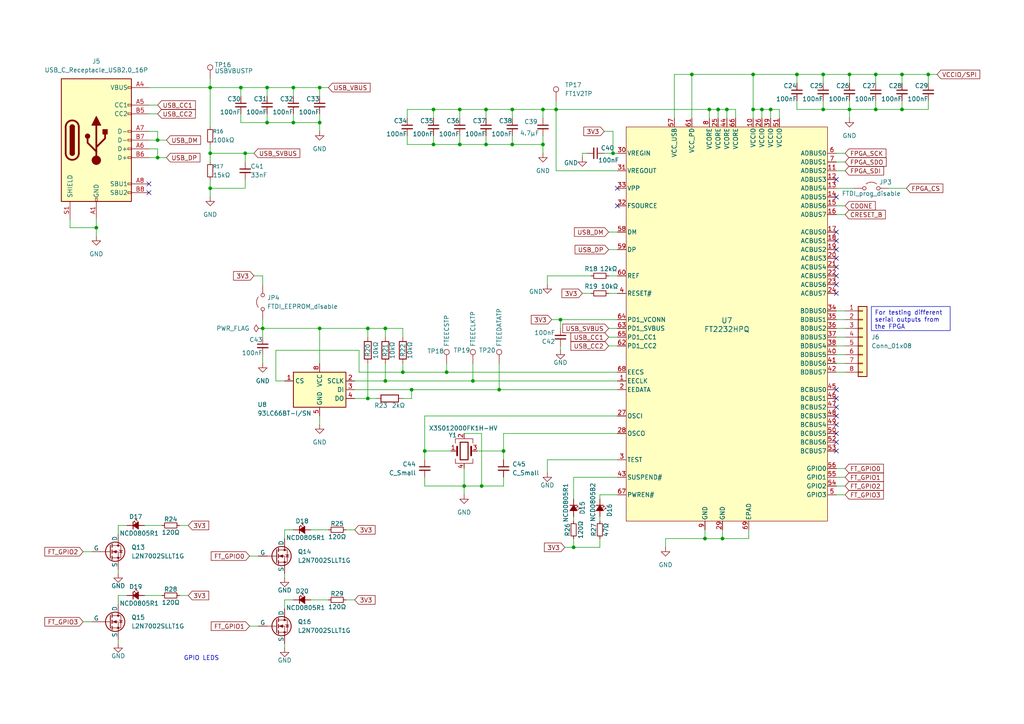
<source format=kicad_sch>
(kicad_sch (version 20250114) (generator "eeschema") (generator_version "9.0")
  (paper "A4")
  (title_block (title "iCE40 Breakout") (date "2025-11-26") (rev "V1R0") (company "S3I") (comment 1 "FTDI USB interface chip and USBC recepticle"))
  (lib_symbols
    (symbol "Connector:TestPoint" (pin_numbers (hide yes)) (pin_names (offset 0.762) (hide yes))
      (property "Reference" "TP" (at 0 6.858 0))
      (property "Value" "TestPoint" (at 0 5.08 0))
      (symbol "TestPoint_1_1"
        (pin passive line (at 0 0 90) (length 2.54) (name "1") (number "1"))
      )
    )
    (symbol "Connector:USB_C_Receptacle_USB2.0_16P" (pin_names (offset 1.016))
      (property "Reference" "J" (at 0 22.225 0))
      (property "Value" "USB_C_Receptacle_USB2.0_16P" (at 0 19.685 0))
      (symbol "USB_C_Receptacle_USB2.0_16P_1_1"
        (pin passive line (at -7.62 -22.86 90) (length 5.08) (name "SHIELD") (number "S1"))
        (pin passive line (at 0 -22.86 90) (length 5.08) (name "GND") (number "A1"))
        (pin passive line (at 0 -22.86 90) (length 5.08) (hide yes) (name "GND") (number "A12"))
        (pin passive line (at 0 -22.86 90) (length 5.08) (hide yes) (name "GND") (number "B1"))
        (pin passive line (at 0 -22.86 90) (length 5.08) (hide yes) (name "GND") (number "B12"))
        (pin passive line (at 15.24 15.24 180) (length 5.08) (name "VBUS") (number "A4"))
        (pin passive line (at 15.24 15.24 180) (length 5.08) (hide yes) (name "VBUS") (number "A9"))
        (pin passive line (at 15.24 15.24 180) (length 5.08) (hide yes) (name "VBUS") (number "B4"))
        (pin passive line (at 15.24 15.24 180) (length 5.08) (hide yes) (name "VBUS") (number "B9"))
        (pin bidirectional line (at 15.24 10.16 180) (length 5.08) (name "CC1") (number "A5"))
        (pin bidirectional line (at 15.24 7.62 180) (length 5.08) (name "CC2") (number "B5"))
        (pin bidirectional line (at 15.24 2.54 180) (length 5.08) (name "D-") (number "A7"))
        (pin bidirectional line (at 15.24 0 180) (length 5.08) (name "D-") (number "B7"))
        (pin bidirectional line (at 15.24 -2.54 180) (length 5.08) (name "D+") (number "A6"))
        (pin bidirectional line (at 15.24 -5.08 180) (length 5.08) (name "D+") (number "B6"))
        (pin bidirectional line (at 15.24 -12.7 180) (length 5.08) (name "SBU1") (number "A8"))
        (pin bidirectional line (at 15.24 -15.24 180) (length 5.08) (name "SBU2") (number "B8"))
      )
    )
    (symbol "Connector_Generic:Conn_01x08" (pin_names (offset 1.016) (hide yes))
      (property "Reference" "J" (at 0 10.16 0))
      (property "Value" "Conn_01x08" (at 0 -12.7 0))
      (symbol "Conn_01x08_1_1"
        (pin passive line (at -5.08 7.62 0) (length 3.81) (name "Pin_1") (number "1"))
        (pin passive line (at -5.08 5.08 0) (length 3.81) (name "Pin_2") (number "2"))
        (pin passive line (at -5.08 2.54 0) (length 3.81) (name "Pin_3") (number "3"))
        (pin passive line (at -5.08 0 0) (length 3.81) (name "Pin_4") (number "4"))
        (pin passive line (at -5.08 -2.54 0) (length 3.81) (name "Pin_5") (number "5"))
        (pin passive line (at -5.08 -5.08 0) (length 3.81) (name "Pin_6") (number "6"))
        (pin passive line (at -5.08 -7.62 0) (length 3.81) (name "Pin_7") (number "7"))
        (pin passive line (at -5.08 -10.16 0) (length 3.81) (name "Pin_8") (number "8"))
      )
    )
    (symbol "Device:C_Small" (pin_numbers (hide yes)) (pin_names (offset 0.254) (hide yes))
      (property "Reference" "C" (at 0.254 1.778 0))
      (property "Value" "C_Small" (at 0.254 -2.032 0))
      (symbol "C_Small_1_1"
        (pin passive line (at 0 2.54 270) (length 2.032) (name "~") (number "1"))
        (pin passive line (at 0 -2.54 90) (length 2.032) (name "~") (number "2"))
      )
    )
    (symbol "Device:Crystal_GND24" (pin_names (offset 1.016) (hide yes))
      (property "Reference" "Y" (at 3.175 5.08 0))
      (property "Value" "Crystal_GND24" (at 3.175 3.175 0))
      (symbol "Crystal_GND24_1_1"
        (pin passive line (at -3.81 0 0) (length 1.27) (name "1") (number "1"))
        (pin passive line (at 0 5.08 270) (length 1.27) (name "2") (number "2"))
        (pin passive line (at 0 -5.08 90) (length 1.27) (name "4") (number "4"))
        (pin passive line (at 3.81 0 180) (length 1.27) (name "3") (number "3"))
      )
    )
    (symbol "Device:LED_Small_Filled" (pin_numbers (hide yes)) (pin_names (offset 0.254) (hide yes))
      (property "Reference" "D" (at -1.27 3.175 0))
      (property "Value" "LED_Small_Filled" (at -4.445 -2.54 0))
      (symbol "LED_Small_Filled_1_1"
        (pin passive line (at -2.54 0 0) (length 1.778) (name "K") (number "1"))
        (pin passive line (at 2.54 0 180) (length 1.778) (name "A") (number "2"))
      )
    )
    (symbol "Device:R" (pin_numbers (hide yes)) (pin_names (offset 0))
      (property "Reference" "R" (at 2.032 0 90))
      (property "Value" "R" (at 0 0 90))
      (symbol "R_1_1"
        (pin passive line (at 0 3.81 270) (length 1.27) (name "~") (number "1"))
        (pin passive line (at 0 -3.81 90) (length 1.27) (name "~") (number "2"))
      )
    )
    (symbol "Device:R_Small" (pin_numbers (hide yes)) (pin_names (offset 0.254) (hide yes))
      (property "Reference" "R" (at 0 0 90))
      (property "Value" "R_Small" (at 1.778 0 90))
      (symbol "R_Small_1_1"
        (pin passive line (at 0 2.54 270) (length 0.762) (name "~") (number "1"))
        (pin passive line (at 0 -2.54 90) (length 0.762) (name "~") (number "2"))
      )
    )
    (symbol "Interface_FTDI:FT2232HPQ" (pin_names (offset 0.254))
      (property "Reference" "U" (at 0 65.532 0))
      (property "Value" "FT2232HPQ" (at 0 71.882 0))
      (symbol "FT2232HPQ_1_1"
        (pin power_in line (at -31.75 49.53 0) (length 2.54) (name "VREGIN") (number "30"))
        (pin power_out line (at -31.75 44.45 0) (length 2.54) (name "VREGOUT") (number "31"))
        (pin power_in line (at -31.75 39.37 0) (length 2.54) (name "VPP") (number "33"))
        (pin input line (at -31.75 34.29 0) (length 2.54) (name "FSOURCE") (number "32"))
        (pin bidirectional line (at -31.75 26.67 0) (length 2.54) (name "DM") (number "58"))
        (pin bidirectional line (at -31.75 21.59 0) (length 2.54) (name "DP") (number "59"))
        (pin input line (at -31.75 13.97 0) (length 2.54) (name "REF") (number "60"))
        (pin input line (at -31.75 8.89 0) (length 2.54) (name "RESET#") (number "4"))
        (pin bidirectional line (at -31.75 1.27 0) (length 2.54) (name "PD1_VCONN") (number "64"))
        (pin bidirectional line (at -31.75 -1.27 0) (length 2.54) (name "PD1_SVBUS") (number "63"))
        (pin bidirectional line (at -31.75 -3.81 0) (length 2.54) (name "PD1_CC1") (number "65"))
        (pin bidirectional line (at -31.75 -6.35 0) (length 2.54) (name "PD1_CC2") (number "62"))
        (pin bidirectional line (at -31.75 -13.97 0) (length 2.54) (name "EECS") (number "68"))
        (pin output line (at -31.75 -16.51 0) (length 2.54) (name "EECLK") (number "1"))
        (pin bidirectional line (at -31.75 -19.05 0) (length 2.54) (name "EEDATA") (number "2"))
        (pin input line (at -31.75 -26.67 0) (length 2.54) (name "OSCI") (number "27"))
        (pin output line (at -31.75 -31.75 0) (length 2.54) (name "OSCO") (number "28"))
        (pin input line (at -31.75 -39.37 0) (length 2.54) (name "TEST") (number "3"))
        (pin unspecified line (at -31.75 -44.45 0) (length 2.54) (name "SUSPEND#") (number "43"))
        (pin output line (at -31.75 -49.53 0) (length 2.54) (name "PWREN#") (number "67"))
        (pin power_in line (at -15.24 59.69 270) (length 2.54) (name "VCC_USB") (number "57"))
        (pin power_in line (at -10.16 59.69 270) (length 2.54) (name "VCC_PD") (number "61"))
        (pin power_in line (at -6.35 -59.69 90) (length 2.54) (name "GND") (number "9"))
        (pin power_in line (at -5.08 59.69 270) (length 2.54) (name "VCORE") (number "8"))
        (pin power_in line (at -2.54 59.69 270) (length 2.54) (name "VCORE") (number "25"))
        (pin power_in line (at -1.27 -59.69 90) (length 2.54) (name "GND") (number "29"))
        (pin power_in line (at 0 59.69 270) (length 2.54) (name "VCORE") (number "44"))
        (pin power_in line (at 2.54 59.69 270) (length 2.54) (name "VCORE") (number "66"))
        (pin power_out line (at 6.35 -59.69 90) (length 2.54) (name "EPAD") (number "69"))
        (pin power_in line (at 7.62 59.69 270) (length 2.54) (name "VCCIO") (number "10"))
        (pin power_in line (at 10.16 59.69 270) (length 2.54) (name "VCCIO") (number "26"))
        (pin power_in line (at 12.7 59.69 270) (length 2.54) (name "VCCIO") (number "39"))
        (pin power_in line (at 15.24 59.69 270) (length 2.54) (name "VCCIO") (number "51"))
        (pin bidirectional line (at 31.75 49.53 180) (length 2.54) (name "ADBUS0") (number "6"))
        (pin bidirectional line (at 31.75 46.99 180) (length 2.54) (name "ADBUS1") (number "7"))
        (pin bidirectional line (at 31.75 44.45 180) (length 2.54) (name "ADBUS2") (number "11"))
        (pin bidirectional line (at 31.75 41.91 180) (length 2.54) (name "ADBUS3") (number "12"))
        (pin bidirectional line (at 31.75 39.37 180) (length 2.54) (name "ADBUS4") (number "13"))
        (pin bidirectional line (at 31.75 36.83 180) (length 2.54) (name "ADBUS5") (number "14"))
        (pin bidirectional line (at 31.75 34.29 180) (length 2.54) (name "ADBUS6") (number "15"))
        (pin bidirectional line (at 31.75 31.75 180) (length 2.54) (name "ADBUS7") (number "16"))
        (pin bidirectional line (at 31.75 26.67 180) (length 2.54) (name "ACBUS0") (number "17"))
        (pin bidirectional line (at 31.75 24.13 180) (length 2.54) (name "ACBUS1") (number "18"))
        (pin bidirectional line (at 31.75 21.59 180) (length 2.54) (name "ACBUS2") (number "19"))
        (pin bidirectional line (at 31.75 19.05 180) (length 2.54) (name "ACBUS3") (number "20"))
        (pin bidirectional line (at 31.75 16.51 180) (length 2.54) (name "ACBUS4") (number "21"))
        (pin bidirectional line (at 31.75 13.97 180) (length 2.54) (name "ACBUS5") (number "22"))
        (pin bidirectional line (at 31.75 11.43 180) (length 2.54) (name "ACBUS6") (number "23"))
        (pin bidirectional line (at 31.75 8.89 180) (length 2.54) (name "ACBUS7") (number "24"))
        (pin bidirectional line (at 31.75 3.81 180) (length 2.54) (name "BDBUS0") (number "34"))
        (pin bidirectional line (at 31.75 1.27 180) (length 2.54) (name "BDBUS1") (number "35"))
        (pin bidirectional line (at 31.75 -1.27 180) (length 2.54) (name "BDBUS2") (number "36"))
        (pin bidirectional line (at 31.75 -3.81 180) (length 2.54) (name "BDBUS3") (number "37"))
        (pin bidirectional line (at 31.75 -6.35 180) (length 2.54) (name "BDBUS4") (number "38"))
        (pin bidirectional line (at 31.75 -8.89 180) (length 2.54) (name "BDBUS5") (number "40"))
        (pin bidirectional line (at 31.75 -11.43 180) (length 2.54) (name "BDBUS6") (number "41"))
        (pin bidirectional line (at 31.75 -13.97 180) (length 2.54) (name "BDBUS7") (number "42"))
        (pin bidirectional line (at 31.75 -19.05 180) (length 2.54) (name "BCBUS0") (number "45"))
        (pin bidirectional line (at 31.75 -21.59 180) (length 2.54) (name "BCBUS1") (number "46"))
        (pin bidirectional line (at 31.75 -24.13 180) (length 2.54) (name "BCBUS2") (number "47"))
        (pin bidirectional line (at 31.75 -26.67 180) (length 2.54) (name "BCBUS3") (number "48"))
        (pin bidirectional line (at 31.75 -29.21 180) (length 2.54) (name "BCBUS4") (number "49"))
        (pin bidirectional line (at 31.75 -31.75 180) (length 2.54) (name "BCBUS5") (number "50"))
        (pin bidirectional line (at 31.75 -34.29 180) (length 2.54) (name "BCBUS6") (number "52"))
        (pin bidirectional line (at 31.75 -36.83 180) (length 2.54) (name "BCBUS7") (number "53"))
        (pin bidirectional line (at 31.75 -41.91 180) (length 2.54) (name "GPIO0") (number "56"))
        (pin bidirectional line (at 31.75 -44.45 180) (length 2.54) (name "GPIO1") (number "55"))
        (pin bidirectional line (at 31.75 -46.99 180) (length 2.54) (name "GPIO2") (number "54"))
        (pin bidirectional line (at 31.75 -49.53 180) (length 2.54) (name "GPIO3") (number "5"))
      )
    )
    (symbol "Jumper:Jumper_2_Open" (pin_numbers (hide yes)) (pin_names (offset 0) (hide yes))
      (property "Reference" "JP" (at 0 2.794 0))
      (property "Value" "Jumper_2_Open" (at 0 -2.286 0))
      (symbol "Jumper_2_Open_1_1"
        (pin passive line (at -5.08 0 0) (length 2.54) (name "A") (number "1"))
        (pin passive line (at 5.08 0 180) (length 2.54) (name "B") (number "2"))
      )
    )
    (symbol "Memory_EEPROM:93LCxxB"
      (property "Reference" "U8" (at -18.034 -4.318 0))
      (property "Value" "93LC66BT-I/SN" (at -18.034 -6.858 0))
      (symbol "93LCxxB_1_1"
        (pin input line (at -10.16 2.54 0) (length 2.54) (name "CS") (number "1"))
        (pin no_connect line (at -7.62 0 0) (length 2.54) (hide yes) (name "NC") (number "6"))
        (pin no_connect line (at -7.62 -2.54 0) (length 2.54) (hide yes) (name "NC") (number "7"))
        (pin power_in line (at 0 7.62 270) (length 2.54) (name "VCC") (number "8"))
        (pin power_in line (at 0 -7.62 90) (length 2.54) (name "GND") (number "5"))
        (pin input line (at 10.16 2.54 180) (length 2.54) (name "SCLK") (number "2"))
        (pin input line (at 10.16 0 180) (length 2.54) (name "DI") (number "3"))
        (pin tri_state line (at 10.16 -2.54 180) (length 2.54) (name "DO") (number "4"))
      )
    )
    (symbol "Simulation_SPICE:NMOS" (pin_numbers (hide yes)) (pin_names (offset 0))
      (property "Reference" "Q" (at 5.08 1.27 0))
      (property "Value" "NMOS" (at 5.08 -1.27 0))
      (symbol "NMOS_1_1"
        (pin input line (at -5.08 0 0) (length 2.54) (name "G") (number "2"))
        (pin passive line (at 2.54 5.08 270) (length 2.54) (name "D") (number "1"))
        (pin passive line (at 2.54 -5.08 90) (length 2.54) (name "S") (number "3"))
      )
    )
    (symbol "power:GND" (power) (pin_numbers (hide yes)) (pin_names (offset 0) (hide yes))
      (property "Value" "GND" (at 0 -3.81 0))
      (symbol "GND_1_1"
        (pin power_in line (at 0 0 270) (length 0) (name "~") (number "1"))
      )
    )
    (symbol "power:PWR_FLAG" (power) (pin_numbers (hide yes)) (pin_names (offset 0) (hide yes))
      (property "Value" "PWR_FLAG" (at 0 3.81 0))
      (symbol "PWR_FLAG_0_0"
        (pin power_out line (at 0 0 90) (length 0) (name "~") (number "1"))
      )
    )
  )
  (text "GPIO LEDS" (at 58.42 191.008 0) (effects (font (size 1.27 1.27))))
  (text_box "For testing different serial outputs from the FPGA" (at 252.73 88.9 0) (size 22.86 6.985) (margins 0.9525 0.9525 0.9525 0.9525) (effects (font (size 1.27 1.27)) (justify left top)))
  (junction (at 220.98 31.75))
  (junction (at 71.12 44.45))
  (junction (at 261.62 31.75))
  (junction (at 139.7 140.97))
  (junction (at 209.55 156.21))
  (junction (at 148.59 31.75))
  (junction (at 129.54 107.95))
  (junction (at 60.96 54.61))
  (junction (at 140.97 41.91))
  (junction (at 119.38 113.03))
  (junction (at 111.76 110.49))
  (junction (at 77.47 25.4))
  (junction (at 125.73 41.91))
  (junction (at 116.84 107.95))
  (junction (at 76.2 95.25))
  (junction (at 210.82 31.75))
  (junction (at 106.68 95.25))
  (junction (at 125.73 31.75))
  (junction (at 111.76 95.25))
  (junction (at 161.29 31.75))
  (junction (at 85.09 25.4))
  (junction (at 133.35 31.75))
  (junction (at 69.85 25.4))
  (junction (at 45.72 45.72))
  (junction (at 60.96 25.4))
  (junction (at 92.71 25.4))
  (junction (at 238.76 31.75))
  (junction (at 45.72 40.64))
  (junction (at 205.74 31.75))
  (junction (at 144.78 113.03))
  (junction (at 77.47 35.56))
  (junction (at 269.24 21.59))
  (junction (at 157.48 31.75))
  (junction (at 137.16 110.49))
  (junction (at 166.37 158.75))
  (junction (at 204.47 156.21))
  (junction (at 238.76 21.59))
  (junction (at 261.62 21.59))
  (junction (at 231.14 21.59))
  (junction (at 254 21.59))
  (junction (at 218.44 31.75))
  (junction (at 123.19 130.81))
  (junction (at 133.35 41.91))
  (junction (at 134.62 140.97))
  (junction (at 157.48 41.91))
  (junction (at 200.66 21.59))
  (junction (at 246.38 21.59))
  (junction (at 208.28 31.75))
  (junction (at 27.94 66.04))
  (junction (at 60.96 44.45))
  (junction (at 146.05 130.81))
  (junction (at 140.97 31.75))
  (junction (at 106.68 115.57))
  (junction (at 92.71 35.56))
  (junction (at 218.44 21.59))
  (junction (at 177.8 44.45))
  (junction (at 148.59 41.91))
  (junction (at 85.09 35.56))
  (junction (at 162.56 92.71))
  (junction (at 246.38 31.75))
  (junction (at 92.71 95.25))
  (junction (at 254 31.75))
  (junction (at 223.52 31.75))
  (no_connect (at 242.57 115.57))
  (no_connect (at 242.57 113.03))
  (no_connect (at 242.57 118.11))
  (no_connect (at 242.57 77.47))
  (no_connect (at 43.18 55.88))
  (no_connect (at 242.57 130.81))
  (no_connect (at 179.07 54.61))
  (no_connect (at 242.57 57.15))
  (no_connect (at 242.57 128.27))
  (no_connect (at 242.57 52.07))
  (no_connect (at 242.57 69.85))
  (no_connect (at 242.57 74.93))
  (no_connect (at 242.57 82.55))
  (no_connect (at 242.57 123.19))
  (no_connect (at 242.57 80.01))
  (no_connect (at 242.57 85.09))
  (no_connect (at 43.18 53.34))
  (no_connect (at 179.07 59.69))
  (no_connect (at 242.57 125.73))
  (no_connect (at 242.57 72.39))
  (no_connect (at 242.57 67.31))
  (no_connect (at 242.57 120.65))
  (wire (pts (xy 92.71 35.56) (xy 85.09 35.56)))
  (wire (pts (xy 116.84 107.95) (xy 129.54 107.95)))
  (wire (pts (xy 34.29 152.4) (xy 36.83 152.4)))
  (wire (pts (xy 144.78 105.41) (xy 144.78 113.03)))
  (wire (pts (xy 269.24 29.21) (xy 269.24 31.75)))
  (wire (pts (xy 205.74 31.75) (xy 208.28 31.75)))
  (wire (pts (xy 157.48 44.45) (xy 157.48 41.91)))
  (wire (pts (xy 76.2 82.55) (xy 76.2 80.01)))
  (wire (pts (xy 41.91 172.72) (xy 46.99 172.72)))
  (wire (pts (xy 90.17 173.99) (xy 95.25 173.99)))
  (wire (pts (xy 238.76 24.13) (xy 238.76 21.59)))
  (wire (pts (xy 106.68 105.41) (xy 106.68 115.57)))
  (wire (pts (xy 118.11 31.75) (xy 118.11 34.29)))
  (wire (pts (xy 242.57 59.69) (xy 245.11 59.69)))
  (wire (pts (xy 71.12 52.07) (xy 71.12 54.61)))
  (wire (pts (xy 27.94 66.04) (xy 27.94 63.5)))
  (wire (pts (xy 45.72 43.18) (xy 45.72 45.72)))
  (wire (pts (xy 204.47 156.21) (xy 209.55 156.21)))
  (wire (pts (xy 140.97 31.75) (xy 133.35 31.75)))
  (wire (pts (xy 74.93 161.29) (xy 72.39 161.29)))
  (wire (pts (xy 102.87 115.57) (xy 106.68 115.57)))
  (wire (pts (xy 242.57 49.53) (xy 245.11 49.53)))
  (wire (pts (xy 242.57 100.33) (xy 245.11 100.33)))
  (wire (pts (xy 157.48 31.75) (xy 148.59 31.75)))
  (wire (pts (xy 71.12 44.45) (xy 71.12 46.99)))
  (wire (pts (xy 166.37 158.75) (xy 173.99 158.75)))
  (wire (pts (xy 125.73 31.75) (xy 118.11 31.75)))
  (wire (pts (xy 269.24 21.59) (xy 271.78 21.59)))
  (wire (pts (xy 133.35 31.75) (xy 133.35 34.29)))
  (wire (pts (xy 123.19 120.65) (xy 179.07 120.65)))
  (wire (pts (xy 45.72 45.72) (xy 48.26 45.72)))
  (wire (pts (xy 27.94 66.04) (xy 27.94 68.58)))
  (wire (pts (xy 254 29.21) (xy 254 31.75)))
  (wire (pts (xy 193.04 158.75) (xy 193.04 156.21)))
  (wire (pts (xy 226.06 31.75) (xy 223.52 31.75)))
  (wire (pts (xy 69.85 33.02) (xy 69.85 35.56)))
  (wire (pts (xy 217.17 156.21) (xy 209.55 156.21)))
  (wire (pts (xy 158.75 80.01) (xy 171.45 80.01)))
  (wire (pts (xy 176.53 97.79) (xy 179.07 97.79)))
  (wire (pts (xy 257.81 54.61) (xy 262.89 54.61)))
  (wire (pts (xy 140.97 39.37) (xy 140.97 41.91)))
  (wire (pts (xy 157.48 31.75) (xy 161.29 31.75)))
  (wire (pts (xy 139.7 140.97) (xy 146.05 140.97)))
  (wire (pts (xy 166.37 138.43) (xy 179.07 138.43)))
  (wire (pts (xy 246.38 31.75) (xy 246.38 34.29)))
  (wire (pts (xy 123.19 138.43) (xy 123.19 140.97)))
  (wire (pts (xy 102.87 113.03) (xy 119.38 113.03)))
  (wire (pts (xy 220.98 34.29) (xy 220.98 31.75)))
  (wire (pts (xy 43.18 45.72) (xy 45.72 45.72)))
  (wire (pts (xy 173.99 149.86) (xy 173.99 151.13)))
  (wire (pts (xy 195.58 34.29) (xy 195.58 21.59)))
  (wire (pts (xy 76.2 95.25) (xy 76.2 97.79)))
  (wire (pts (xy 34.29 154.94) (xy 34.29 152.4)))
  (wire (pts (xy 73.66 80.01) (xy 76.2 80.01)))
  (wire (pts (xy 210.82 31.75) (xy 208.28 31.75)))
  (wire (pts (xy 177.8 44.45) (xy 179.07 44.45)))
  (wire (pts (xy 162.56 92.71) (xy 179.07 92.71)))
  (wire (pts (xy 111.76 105.41) (xy 111.76 110.49)))
  (wire (pts (xy 173.99 156.21) (xy 173.99 158.75)))
  (wire (pts (xy 261.62 29.21) (xy 261.62 31.75)))
  (wire (pts (xy 218.44 21.59) (xy 218.44 31.75)))
  (wire (pts (xy 34.29 175.26) (xy 34.29 172.72)))
  (wire (pts (xy 60.96 25.4) (xy 69.85 25.4)))
  (wire (pts (xy 82.55 110.49) (xy 80.01 110.49)))
  (wire (pts (xy 158.75 82.55) (xy 158.75 80.01)))
  (wire (pts (xy 208.28 34.29) (xy 208.28 31.75)))
  (wire (pts (xy 261.62 31.75) (xy 269.24 31.75)))
  (wire (pts (xy 77.47 25.4) (xy 85.09 25.4)))
  (wire (pts (xy 45.72 38.1) (xy 45.72 40.64)))
  (wire (pts (xy 111.76 110.49) (xy 137.16 110.49)))
  (wire (pts (xy 193.04 156.21) (xy 204.47 156.21)))
  (wire (pts (xy 157.48 39.37) (xy 157.48 41.91)))
  (wire (pts (xy 106.68 95.25) (xy 92.71 95.25)))
  (wire (pts (xy 20.32 63.5) (xy 20.32 66.04)))
  (wire (pts (xy 166.37 144.78) (xy 166.37 138.43)))
  (wire (pts (xy 140.97 31.75) (xy 140.97 34.29)))
  (wire (pts (xy 125.73 41.91) (xy 133.35 41.91)))
  (wire (pts (xy 158.75 137.16) (xy 158.75 133.35)))
  (wire (pts (xy 168.91 44.45) (xy 168.91 45.72)))
  (wire (pts (xy 242.57 95.25) (xy 245.11 95.25)))
  (wire (pts (xy 119.38 115.57) (xy 119.38 113.03)))
  (wire (pts (xy 246.38 24.13) (xy 246.38 21.59)))
  (wire (pts (xy 100.33 153.67) (xy 102.87 153.67)))
  (wire (pts (xy 242.57 62.23) (xy 245.11 62.23)))
  (wire (pts (xy 242.57 143.51) (xy 245.11 143.51)))
  (wire (pts (xy 226.06 34.29) (xy 226.06 31.75)))
  (wire (pts (xy 104.14 107.95) (xy 116.84 107.95)))
  (wire (pts (xy 118.11 41.91) (xy 125.73 41.91)))
  (wire (pts (xy 92.71 35.56) (xy 92.71 38.1)))
  (wire (pts (xy 43.18 25.4) (xy 60.96 25.4)))
  (wire (pts (xy 111.76 95.25) (xy 116.84 95.25)))
  (wire (pts (xy 242.57 140.97) (xy 245.11 140.97)))
  (wire (pts (xy 60.96 44.45) (xy 71.12 44.45)))
  (wire (pts (xy 246.38 31.75) (xy 238.76 31.75)))
  (wire (pts (xy 254 21.59) (xy 261.62 21.59)))
  (wire (pts (xy 104.14 101.6) (xy 104.14 107.95)))
  (wire (pts (xy 26.67 160.02) (xy 24.13 160.02)))
  (wire (pts (xy 218.44 21.59) (xy 231.14 21.59)))
  (wire (pts (xy 116.84 115.57) (xy 119.38 115.57)))
  (wire (pts (xy 123.19 140.97) (xy 134.62 140.97)))
  (wire (pts (xy 133.35 39.37) (xy 133.35 41.91)))
  (wire (pts (xy 60.96 52.07) (xy 60.96 54.61)))
  (wire (pts (xy 157.48 34.29) (xy 157.48 31.75)))
  (wire (pts (xy 85.09 35.56) (xy 77.47 35.56)))
  (wire (pts (xy 106.68 115.57) (xy 109.22 115.57)))
  (wire (pts (xy 138.43 130.81) (xy 146.05 130.81)))
  (wire (pts (xy 82.55 186.69) (xy 82.55 187.96)))
  (wire (pts (xy 220.98 31.75) (xy 218.44 31.75)))
  (wire (pts (xy 242.57 97.79) (xy 245.11 97.79)))
  (wire (pts (xy 80.01 110.49) (xy 80.01 101.6)))
  (wire (pts (xy 269.24 21.59) (xy 269.24 24.13)))
  (wire (pts (xy 71.12 44.45) (xy 73.66 44.45)))
  (wire (pts (xy 100.33 173.99) (xy 102.87 173.99)))
  (wire (pts (xy 213.36 34.29) (xy 213.36 31.75)))
  (wire (pts (xy 92.71 95.25) (xy 92.71 105.41)))
  (wire (pts (xy 242.57 46.99) (xy 245.11 46.99)))
  (wire (pts (xy 242.57 107.95) (xy 245.11 107.95)))
  (wire (pts (xy 176.53 95.25) (xy 179.07 95.25)))
  (wire (pts (xy 204.47 153.67) (xy 204.47 156.21)))
  (wire (pts (xy 52.07 172.72) (xy 54.61 172.72)))
  (wire (pts (xy 134.62 140.97) (xy 139.7 140.97)))
  (wire (pts (xy 69.85 25.4) (xy 77.47 25.4)))
  (wire (pts (xy 82.55 176.53) (xy 82.55 173.99)))
  (wire (pts (xy 176.53 67.31) (xy 179.07 67.31)))
  (wire (pts (xy 43.18 43.18) (xy 45.72 43.18)))
  (wire (pts (xy 123.19 120.65) (xy 123.19 130.81)))
  (wire (pts (xy 148.59 41.91) (xy 157.48 41.91)))
  (wire (pts (xy 134.62 135.89) (xy 134.62 140.97)))
  (wire (pts (xy 92.71 25.4) (xy 95.25 25.4)))
  (wire (pts (xy 134.62 125.73) (xy 139.7 125.73)))
  (wire (pts (xy 74.93 181.61) (xy 72.39 181.61)))
  (wire (pts (xy 160.02 92.71) (xy 162.56 92.71)))
  (wire (pts (xy 161.29 49.53) (xy 179.07 49.53)))
  (wire (pts (xy 173.99 143.51) (xy 173.99 144.78)))
  (wire (pts (xy 148.59 31.75) (xy 140.97 31.75)))
  (wire (pts (xy 166.37 149.86) (xy 166.37 151.13)))
  (wire (pts (xy 213.36 31.75) (xy 210.82 31.75)))
  (wire (pts (xy 43.18 30.48) (xy 45.72 30.48)))
  (wire (pts (xy 41.91 152.4) (xy 46.99 152.4)))
  (wire (pts (xy 76.2 102.87) (xy 76.2 105.41)))
  (wire (pts (xy 162.56 100.33) (xy 162.56 101.6)))
  (wire (pts (xy 69.85 35.56) (xy 77.47 35.56)))
  (wire (pts (xy 125.73 31.75) (xy 125.73 34.29)))
  (wire (pts (xy 242.57 92.71) (xy 245.11 92.71)))
  (wire (pts (xy 123.19 130.81) (xy 130.81 130.81)))
  (wire (pts (xy 85.09 33.02) (xy 85.09 35.56)))
  (wire (pts (xy 200.66 21.59) (xy 218.44 21.59)))
  (wire (pts (xy 106.68 97.79) (xy 106.68 95.25)))
  (wire (pts (xy 119.38 113.03) (xy 144.78 113.03)))
  (wire (pts (xy 118.11 39.37) (xy 118.11 41.91)))
  (wire (pts (xy 69.85 25.4) (xy 69.85 27.94)))
  (wire (pts (xy 217.17 153.67) (xy 217.17 156.21)))
  (wire (pts (xy 26.67 180.34) (xy 24.13 180.34)))
  (wire (pts (xy 179.07 125.73) (xy 146.05 125.73)))
  (wire (pts (xy 231.14 29.21) (xy 231.14 31.75)))
  (wire (pts (xy 176.53 100.33) (xy 179.07 100.33)))
  (wire (pts (xy 238.76 21.59) (xy 231.14 21.59)))
  (wire (pts (xy 76.2 92.71) (xy 76.2 95.25)))
  (wire (pts (xy 242.57 135.89) (xy 245.11 135.89)))
  (wire (pts (xy 177.8 38.1) (xy 177.8 44.45)))
  (wire (pts (xy 80.01 101.6) (xy 104.14 101.6)))
  (wire (pts (xy 60.96 44.45) (xy 60.96 46.99)))
  (wire (pts (xy 176.53 85.09) (xy 179.07 85.09)))
  (wire (pts (xy 34.29 172.72) (xy 36.83 172.72)))
  (wire (pts (xy 176.53 80.01) (xy 179.07 80.01)))
  (wire (pts (xy 133.35 41.91) (xy 140.97 41.91)))
  (wire (pts (xy 137.16 110.49) (xy 179.07 110.49)))
  (wire (pts (xy 111.76 97.79) (xy 111.76 95.25)))
  (wire (pts (xy 261.62 21.59) (xy 269.24 21.59)))
  (wire (pts (xy 238.76 31.75) (xy 238.76 29.21)))
  (wire (pts (xy 52.07 152.4) (xy 54.61 152.4)))
  (wire (pts (xy 85.09 25.4) (xy 92.71 25.4)))
  (wire (pts (xy 43.18 33.02) (xy 45.72 33.02)))
  (wire (pts (xy 137.16 105.41) (xy 137.16 110.49)))
  (wire (pts (xy 158.75 133.35) (xy 179.07 133.35)))
  (wire (pts (xy 246.38 29.21) (xy 246.38 31.75)))
  (wire (pts (xy 76.2 95.25) (xy 92.71 95.25)))
  (wire (pts (xy 246.38 21.59) (xy 238.76 21.59)))
  (wire (pts (xy 90.17 153.67) (xy 95.25 153.67)))
  (wire (pts (xy 92.71 33.02) (xy 92.71 35.56)))
  (wire (pts (xy 161.29 31.75) (xy 205.74 31.75)))
  (wire (pts (xy 133.35 31.75) (xy 125.73 31.75)))
  (wire (pts (xy 209.55 153.67) (xy 209.55 156.21)))
  (wire (pts (xy 34.29 185.42) (xy 34.29 186.69)))
  (wire (pts (xy 20.32 66.04) (xy 27.94 66.04)))
  (wire (pts (xy 205.74 31.75) (xy 205.74 34.29)))
  (wire (pts (xy 242.57 138.43) (xy 245.11 138.43)))
  (wire (pts (xy 210.82 34.29) (xy 210.82 31.75)))
  (wire (pts (xy 139.7 125.73) (xy 139.7 140.97)))
  (wire (pts (xy 146.05 125.73) (xy 146.05 130.81)))
  (wire (pts (xy 161.29 29.21) (xy 161.29 31.75)))
  (wire (pts (xy 168.91 85.09) (xy 171.45 85.09)))
  (wire (pts (xy 173.99 143.51) (xy 179.07 143.51)))
  (wire (pts (xy 34.29 165.1) (xy 34.29 166.37)))
  (wire (pts (xy 82.55 173.99) (xy 85.09 173.99)))
  (wire (pts (xy 125.73 39.37) (xy 125.73 41.91)))
  (wire (pts (xy 218.44 31.75) (xy 218.44 34.29)))
  (wire (pts (xy 123.19 130.81) (xy 123.19 133.35)))
  (wire (pts (xy 223.52 31.75) (xy 220.98 31.75)))
  (wire (pts (xy 254 24.13) (xy 254 21.59)))
  (wire (pts (xy 254 31.75) (xy 246.38 31.75)))
  (wire (pts (xy 77.47 33.02) (xy 77.47 35.56)))
  (wire (pts (xy 77.47 27.94) (xy 77.47 25.4)))
  (wire (pts (xy 231.14 31.75) (xy 238.76 31.75)))
  (wire (pts (xy 148.59 39.37) (xy 148.59 41.91)))
  (wire (pts (xy 170.18 44.45) (xy 168.91 44.45)))
  (wire (pts (xy 223.52 34.29) (xy 223.52 31.75)))
  (wire (pts (xy 231.14 24.13) (xy 231.14 21.59)))
  (wire (pts (xy 134.62 140.97) (xy 134.62 143.51)))
  (wire (pts (xy 261.62 21.59) (xy 261.62 24.13)))
  (wire (pts (xy 60.96 41.91) (xy 60.96 44.45)))
  (wire (pts (xy 175.26 38.1) (xy 177.8 38.1)))
  (wire (pts (xy 45.72 40.64) (xy 48.26 40.64)))
  (wire (pts (xy 43.18 40.64) (xy 45.72 40.64)))
  (wire (pts (xy 175.26 44.45) (xy 177.8 44.45)))
  (wire (pts (xy 163.83 158.75) (xy 166.37 158.75)))
  (wire (pts (xy 144.78 113.03) (xy 179.07 113.03)))
  (wire (pts (xy 146.05 130.81) (xy 146.05 133.35)))
  (wire (pts (xy 102.87 110.49) (xy 111.76 110.49)))
  (wire (pts (xy 92.71 27.94) (xy 92.71 25.4)))
  (wire (pts (xy 148.59 31.75) (xy 148.59 34.29)))
  (wire (pts (xy 242.57 54.61) (xy 247.65 54.61)))
  (wire (pts (xy 85.09 27.94) (xy 85.09 25.4)))
  (wire (pts (xy 242.57 102.87) (xy 245.11 102.87)))
  (wire (pts (xy 161.29 31.75) (xy 161.29 49.53)))
  (wire (pts (xy 242.57 105.41) (xy 245.11 105.41)))
  (wire (pts (xy 60.96 54.61) (xy 60.96 57.15)))
  (wire (pts (xy 140.97 41.91) (xy 148.59 41.91)))
  (wire (pts (xy 242.57 44.45) (xy 245.11 44.45)))
  (wire (pts (xy 254 21.59) (xy 246.38 21.59)))
  (wire (pts (xy 82.55 153.67) (xy 85.09 153.67)))
  (wire (pts (xy 111.76 95.25) (xy 106.68 95.25)))
  (wire (pts (xy 71.12 54.61) (xy 60.96 54.61)))
  (wire (pts (xy 162.56 92.71) (xy 162.56 95.25)))
  (wire (pts (xy 60.96 25.4) (xy 60.96 36.83)))
  (wire (pts (xy 176.53 72.39) (xy 179.07 72.39)))
  (wire (pts (xy 60.96 22.86) (xy 60.96 25.4)))
  (wire (pts (xy 92.71 120.65) (xy 92.71 123.19)))
  (wire (pts (xy 129.54 107.95) (xy 179.07 107.95)))
  (wire (pts (xy 200.66 34.29) (xy 200.66 21.59)))
  (wire (pts (xy 116.84 105.41) (xy 116.84 107.95)))
  (wire (pts (xy 254 31.75) (xy 261.62 31.75)))
  (wire (pts (xy 82.55 156.21) (xy 82.55 153.67)))
  (wire (pts (xy 146.05 138.43) (xy 146.05 140.97)))
  (wire (pts (xy 43.18 38.1) (xy 45.72 38.1)))
  (wire (pts (xy 166.37 158.75) (xy 166.37 156.21)))
  (wire (pts (xy 242.57 90.17) (xy 245.11 90.17)))
  (wire (pts (xy 82.55 166.37) (xy 82.55 167.64)))
  (wire (pts (xy 116.84 97.79) (xy 116.84 95.25)))
  (wire (pts (xy 129.54 105.41) (xy 129.54 107.95)))
  (wire (pts (xy 195.58 21.59) (xy 200.66 21.59)))
  (global_label "USB_CC1" (shape input) (at 45.72 30.48 0) (property "Intersheetrefs" "${INTERSHEET_REFS}" (effects (hide yes))))
  (global_label "USB_DP" (shape input) (at 176.53 72.39 180) (property "Intersheetrefs" "${INTERSHEET_REFS}" (effects (hide yes))))
  (global_label "USB_SVBUS" (shape input) (at 73.66 44.45 0) (property "Intersheetrefs" "${INTERSHEET_REFS}" (effects (hide yes))))
  (global_label "USB_SVBUS" (shape input) (at 176.53 95.25 180) (property "Intersheetrefs" "${INTERSHEET_REFS}" (effects (hide yes))))
  (global_label "3V3" (shape input) (at 175.26 38.1 180) (property "Intersheetrefs" "${INTERSHEET_REFS}" (effects (hide yes))))
  (global_label "FT_GPIO1" (shape input) (at 72.39 181.61 180) (property "Intersheetrefs" "${INTERSHEET_REFS}" (effects (hide yes))))
  (global_label "USB_CC1" (shape input) (at 176.53 97.79 180) (property "Intersheetrefs" "${INTERSHEET_REFS}" (effects (hide yes))))
  (global_label "USB_DM" (shape input) (at 176.53 67.31 180) (property "Intersheetrefs" "${INTERSHEET_REFS}" (effects (hide yes))))
  (global_label "FT_GPIO3" (shape input) (at 24.13 180.34 180) (property "Intersheetrefs" "${INTERSHEET_REFS}" (effects (hide yes))))
  (global_label "3V3" (shape input) (at 73.66 80.01 180) (property "Intersheetrefs" "${INTERSHEET_REFS}" (effects (hide yes))))
  (global_label "3V3" (shape input) (at 102.87 173.99 0) (property "Intersheetrefs" "${INTERSHEET_REFS}" (effects (hide yes))))
  (global_label "FPGA_SDI" (shape input) (at 245.11 49.53 0) (property "Intersheetrefs" "${INTERSHEET_REFS}" (effects (hide yes))))
  (global_label "3V3" (shape input) (at 54.61 152.4 0) (property "Intersheetrefs" "${INTERSHEET_REFS}" (effects (hide yes))))
  (global_label "VCCIO{slash}SPI" (shape input) (at 271.78 21.59 0) (property "Intersheetrefs" "${INTERSHEET_REFS}" (effects (hide yes))))
  (global_label "USB_VBUS" (shape input) (at 95.25 25.4 0) (property "Intersheetrefs" "${INTERSHEET_REFS}" (effects (hide yes))))
  (global_label "CRESET_B" (shape input) (at 245.11 62.23 0) (property "Intersheetrefs" "${INTERSHEET_REFS}" (effects (hide yes))))
  (global_label "USB_CC2" (shape input) (at 45.72 33.02 0) (property "Intersheetrefs" "${INTERSHEET_REFS}" (effects (hide yes))))
  (global_label "FPGA_CS" (shape input) (at 262.89 54.61 0) (property "Intersheetrefs" "${INTERSHEET_REFS}" (effects (hide yes))))
  (global_label "3V3" (shape input) (at 168.91 85.09 180) (property "Intersheetrefs" "${INTERSHEET_REFS}" (effects (hide yes))))
  (global_label "USB_DM" (shape input) (at 48.26 40.64 0) (property "Intersheetrefs" "${INTERSHEET_REFS}" (effects (hide yes))))
  (global_label "3V3" (shape input) (at 102.87 153.67 0) (property "Intersheetrefs" "${INTERSHEET_REFS}" (effects (hide yes))))
  (global_label "CDONE" (shape input) (at 245.11 59.69 0) (property "Intersheetrefs" "${INTERSHEET_REFS}" (effects (hide yes))))
  (global_label "FPGA_SCK" (shape input) (at 245.11 44.45 0) (property "Intersheetrefs" "${INTERSHEET_REFS}" (effects (hide yes))))
  (global_label "USB_CC2" (shape input) (at 176.53 100.33 180) (property "Intersheetrefs" "${INTERSHEET_REFS}" (effects (hide yes))))
  (global_label "USB_DP" (shape input) (at 48.26 45.72 0) (property "Intersheetrefs" "${INTERSHEET_REFS}" (effects (hide yes))))
  (global_label "FT_GPIO2" (shape input) (at 24.13 160.02 180) (property "Intersheetrefs" "${INTERSHEET_REFS}" (effects (hide yes))))
  (global_label "3V3" (shape input) (at 160.02 92.71 180) (property "Intersheetrefs" "${INTERSHEET_REFS}" (effects (hide yes))))
  (global_label "3V3" (shape input) (at 163.83 158.75 180) (property "Intersheetrefs" "${INTERSHEET_REFS}" (effects (hide yes))))
  (global_label "FT_GPIO0" (shape input) (at 72.39 161.29 180) (property "Intersheetrefs" "${INTERSHEET_REFS}" (effects (hide yes))))
  (global_label "FPGA_SDO" (shape input) (at 245.11 46.99 0) (property "Intersheetrefs" "${INTERSHEET_REFS}" (effects (hide yes))))
  (global_label "FT_GPIO0" (shape input) (at 245.11 135.89 0) (property "Intersheetrefs" "${INTERSHEET_REFS}" (effects (hide yes))))
  (global_label "FT_GPIO2" (shape input) (at 245.11 140.97 0) (property "Intersheetrefs" "${INTERSHEET_REFS}" (effects (hide yes))))
  (global_label "FT_GPIO1" (shape input) (at 245.11 138.43 0) (property "Intersheetrefs" "${INTERSHEET_REFS}" (effects (hide yes))))
  (global_label "FT_GPIO3" (shape input) (at 245.11 143.51 0) (property "Intersheetrefs" "${INTERSHEET_REFS}" (effects (hide yes))))
  (global_label "3V3" (shape input) (at 54.61 172.72 0) (property "Intersheetrefs" "${INTERSHEET_REFS}" (effects (hide yes))))
  (symbol (lib_id "Device:C_Small") (at 231.14 26.67 0) (mirror y) (unit 1)
    (property "Reference" "C24" (at 231.14 24.892 0) (effects (justify left)))
    (property "Value" "100nF" (at 231.14 28.702 0) (effects (justify left)))
    (property "Footprint" "Capacitor_SMD:C_0402_1005Metric" (effects (hide yes)))
    (property "Description" "Unpolarized capacitor, small symbol" (effects (hide yes)))
    (property "LCSC" "C1525" (effects (hide yes)))
  )
  (symbol (lib_id "Connector:USB_C_Receptacle_USB2.0_16P") (at 27.94 40.64 0) (unit 1)
    (property "Reference" "J5" (at 27.94 17.78 0))
    (property "Value" "USB_C_Receptacle_USB2.0_16P" (at 27.94 20.32 0))
    (property "Footprint" "Connector_USB:USB_C_Receptacle_GCT_USB4105-xx-A_16P_TopMnt_Horizontal" (effects (hide yes)))
    (property "Datasheet" "https://www.usb.org/sites/default/files/documents/usb_type-c.zip" (effects (hide yes)))
    (property "Description" "USB 2.0-only 16P Type-C Receptacle connector" (effects (hide yes)))
  )
  (symbol (lib_id "Device:R_Small") (at 97.79 153.67 90) (unit 1)
    (property "Reference" "R25" (at 97.79 151.892 90))
    (property "Value" "120Ω" (at 97.79 155.702 90))
    (property "Footprint" "Resistor_SMD:R_0603_1608Metric" (effects (hide yes)))
    (property "Description" "Resistor, small symbol" (effects (hide yes)))
    (property "LCSC" "C22787" (effects (hide yes)))
  )
  (symbol (lib_id "power:GND") (at 27.94 68.58 0) (unit 1)
    (property "Reference" "#PWR045" (effects (hide yes)))
    (property "Value" "GND" (at 27.94 73.66 0))
    (property "Description" "Power symbol creates a global label with name \"GND\" , ground" (effects (hide yes)))
  )
  (symbol (lib_id "Device:C_Small") (at 77.47 30.48 0) (mirror y) (unit 1)
    (property "Reference" "C31" (at 77.47 28.702 0) (effects (justify left)))
    (property "Value" "100nF" (at 77.47 32.512 0) (effects (justify left)))
    (property "Footprint" "Capacitor_SMD:C_0402_1005Metric" (effects (hide yes)))
    (property "Description" "Unpolarized capacitor, small symbol" (effects (hide yes)))
    (property "LCSC" "C1525" (effects (hide yes)))
  )
  (symbol (lib_id "Device:LED_Small_Filled") (at 39.37 172.72 0) (unit 1)
    (property "Reference" "D19" (at 39.37 170.18 0))
    (property "Value" "NCD0805R1" (at 40.386 175.006 0))
    (property "Footprint" "LED_SMD:LED_0805_2012Metric" (effects (hide yes)))
    (property "Description" "Light emitting diode, small symbol, filled shape" (effects (hide yes)))
    (property "Sim.Pins" "1=K 2=A" (effects (hide yes)))
    (property "LCSC" "C84256" (effects (hide yes)))
  )
  (symbol (lib_id "Device:C_Small") (at 125.73 36.83 0) (mirror y) (unit 1)
    (property "Reference" "C35" (at 125.73 35.052 0) (effects (justify left)))
    (property "Value" "100nF" (at 125.73 38.862 0) (effects (justify left)))
    (property "Footprint" "Capacitor_SMD:C_0402_1005Metric" (effects (hide yes)))
    (property "Description" "Unpolarized capacitor, small symbol" (effects (hide yes)))
    (property "LCSC" "C1525" (effects (hide yes)))
  )
  (symbol (lib_id "Device:R") (at 111.76 101.6 0) (unit 1)
    (property "Reference" "R21" (at 111.76 101.6 90))
    (property "Value" "10kΩ" (at 113.792 101.6 90))
    (property "Footprint" "Resistor_SMD:R_0603_1608Metric" (effects (hide yes)))
    (property "Description" "Resistor" (effects (hide yes)))
    (property "LCSC" "C25804" (effects (hide yes)))
  )
  (symbol (lib_id "Device:LED_Small_Filled") (at 173.99 147.32 270) (unit 1)
    (property "Reference" "D16" (at 176.784 146.05 0) (effects (justify left)))
    (property "Value" "NCD0805B2" (at 171.958 151.384 0) (effects (justify right)))
    (property "Footprint" "LED_SMD:LED_0805_2012Metric" (effects (hide yes)))
    (property "Description" "Light emitting diode, small symbol, filled shape" (effects (hide yes)))
    (property "Sim.Pins" "1=K 2=A" (effects (hide yes)))
    (property "LCSC" "C84259" (effects (hide yes)))
  )
  (symbol (lib_id "Device:C_Small") (at 85.09 30.48 0) (mirror y) (unit 1)
    (property "Reference" "C32" (at 85.09 28.702 0) (effects (justify left)))
    (property "Value" "100nF" (at 85.09 32.512 0) (effects (justify left)))
    (property "Footprint" "Capacitor_SMD:C_0402_1005Metric" (effects (hide yes)))
    (property "Description" "Unpolarized capacitor, small symbol" (effects (hide yes)))
    (property "LCSC" "C1525" (effects (hide yes)))
  )
  (symbol (lib_id "Device:R_Small") (at 173.99 80.01 90) (unit 1)
    (property "Reference" "R18" (at 171.45 77.978 90))
    (property "Value" "12kΩ" (at 176.53 77.978 90))
    (property "Footprint" "Resistor_SMD:R_0603_1608Metric" (effects (hide yes)))
    (property "Description" "Resistor, small symbol" (effects (hide yes)))
    (property "LCSC" "C22790" (effects (hide yes)))
  )
  (symbol (lib_id "Device:C_Small") (at 140.97 36.83 0) (mirror y) (unit 1)
    (property "Reference" "C37" (at 140.97 35.052 0) (effects (justify left)))
    (property "Value" "100nF" (at 140.97 38.862 0) (effects (justify left)))
    (property "Footprint" "Capacitor_SMD:C_0402_1005Metric" (effects (hide yes)))
    (property "Description" "Unpolarized capacitor, small symbol" (effects (hide yes)))
    (property "LCSC" "C1525" (effects (hide yes)))
  )
  (symbol (lib_id "Device:C_Small") (at 157.48 36.83 0) (mirror y) (unit 1)
    (property "Reference" "C39" (at 155.956 35.306 0) (effects (justify left)))
    (property "Value" "4.7μF" (at 156.464 38.608 0) (effects (justify left)))
    (property "Footprint" "Capacitor_SMD:C_0402_1005Metric" (effects (hide yes)))
    (property "Description" "Unpolarized capacitor, small symbol" (effects (hide yes)))
    (property "LCSC" "C23733" (effects (hide yes)))
  )
  (symbol (lib_id "Connector:TestPoint") (at 60.96 22.86 0) (mirror y) (unit 1)
    (property "Reference" "TP16" (at 62.23 18.796 0) (effects (justify right)))
    (property "Value" "USBVBUSTP" (at 62.23 20.574 0) (effects (justify right)))
    (property "Footprint" "TestPoint:TestPoint_Loop_D1.80mm_Drill1.0mm_Beaded" (effects (hide yes)))
    (property "Description" "test point" (effects (hide yes)))
  )
  (symbol (lib_id "Device:C_Small") (at 71.12 49.53 0) (unit 1)
    (property "Reference" "C41" (at 72.644 48.26 0) (effects (justify left)))
    (property "Value" "33nF" (at 72.644 50.8 0) (effects (justify left)))
    (property "Footprint" "Capacitor_SMD:C_0402_1005Metric" (effects (hide yes)))
    (property "Description" "Unpolarized capacitor, small symbol" (effects (hide yes)))
    (property "LCSC" "C472437" (effects (hide yes)))
  )
  (symbol (lib_id "power:GND") (at 168.91 45.72 0) (unit 1)
    (property "Reference" "#PWR043" (effects (hide yes)))
    (property "Value" "GND" (at 165.608 47.244 0))
    (property "Description" "Power symbol creates a global label with name \"GND\" , ground" (effects (hide yes)))
  )
  (symbol (lib_id "Device:R_Small") (at 166.37 153.67 180) (unit 1)
    (property "Reference" "R26" (at 164.592 153.67 90))
    (property "Value" "120Ω" (at 168.402 153.67 90))
    (property "Footprint" "Resistor_SMD:R_0603_1608Metric" (effects (hide yes)))
    (property "Description" "Resistor, small symbol" (effects (hide yes)))
    (property "LCSC" "C22787" (effects (hide yes)))
  )
  (symbol (lib_id "Device:C_Small") (at 76.2 100.33 0) (mirror y) (unit 1)
    (property "Reference" "C43" (at 76.2 98.552 0) (effects (justify left)))
    (property "Value" "100nF" (at 76.2 102.362 0) (effects (justify left)))
    (property "Footprint" "Capacitor_SMD:C_0402_1005Metric" (effects (hide yes)))
    (property "Description" "Unpolarized capacitor, small symbol" (effects (hide yes)))
    (property "LCSC" "C1525" (effects (hide yes)))
  )
  (symbol (lib_id "Device:C_Small") (at 254 26.67 0) (mirror y) (unit 1)
    (property "Reference" "C27" (at 254 24.892 0) (effects (justify left)))
    (property "Value" "100nF" (at 254 28.702 0) (effects (justify left)))
    (property "Footprint" "Capacitor_SMD:C_0402_1005Metric" (effects (hide yes)))
    (property "Description" "Unpolarized capacitor, small symbol" (effects (hide yes)))
    (property "LCSC" "C1525" (effects (hide yes)))
  )
  (symbol (lib_id "power:GND") (at 162.56 101.6 0) (unit 1)
    (property "Reference" "#PWR047" (effects (hide yes)))
    (property "Value" "GND" (at 162.56 105.156 0))
    (property "Description" "Power symbol creates a global label with name \"GND\" , ground" (effects (hide yes)))
  )
  (symbol (lib_id "Jumper:Jumper_2_Open") (at 76.2 87.63 90) (unit 1)
    (property "Reference" "JP4" (at 77.47 86.3599 90) (effects (justify right)))
    (property "Value" "FTDI_EEPROM_disable" (at 77.47 88.8999 90) (effects (justify right)))
    (property "Footprint" "TestPoint:TestPoint_2Pads_Pitch2.54mm_Drill0.8mm" (effects (hide yes)))
    (property "Description" "Jumper, 2-pole, open" (effects (hide yes)))
  )
  (symbol (lib_id "Device:C_Small") (at 133.35 36.83 0) (mirror y) (unit 1)
    (property "Reference" "C36" (at 133.35 35.052 0) (effects (justify left)))
    (property "Value" "100nF" (at 133.35 38.862 0) (effects (justify left)))
    (property "Footprint" "Capacitor_SMD:C_0402_1005Metric" (effects (hide yes)))
    (property "Description" "Unpolarized capacitor, small symbol" (effects (hide yes)))
    (property "LCSC" "C1525" (effects (hide yes)))
  )
  (symbol (lib_id "Connector_Generic:Conn_01x08") (at 250.19 97.79 0) (unit 1)
    (property "Reference" "J6" (at 252.73 97.7899 0) (effects (justify left)))
    (property "Value" "Conn_01x08" (at 252.73 100.3299 0) (effects (justify left)))
    (property "Footprint" "Connector_PinSocket_2.54mm:PinSocket_1x08_P2.54mm_Vertical" (effects (hide yes)))
    (property "Description" "Generic connector, single row, 01x08, script generated (kicad-library-utils/schlib/autogen/connector/)" (effects (hide yes)))
  )
  (symbol (lib_id "Device:R") (at 113.03 115.57 90) (unit 1)
    (property "Reference" "R23" (at 110.49 117.602 90))
    (property "Value" "2kΩ" (at 115.57 117.602 90))
    (property "Footprint" "Resistor_SMD:R_0603_1608Metric" (effects (hide yes)))
    (property "Description" "Resistor" (effects (hide yes)))
    (property "LCSC" "C22975" (effects (hide yes)))
  )
  (symbol (lib_id "Device:C_Small") (at 118.11 36.83 0) (mirror y) (unit 1)
    (property "Reference" "C34" (at 118.11 35.052 0) (effects (justify left)))
    (property "Value" "100nF" (at 118.11 38.862 0) (effects (justify left)))
    (property "Footprint" "Capacitor_SMD:C_0402_1005Metric" (effects (hide yes)))
    (property "Description" "Unpolarized capacitor, small symbol" (effects (hide yes)))
    (property "LCSC" "C1525" (effects (hide yes)))
  )
  (symbol (lib_id "Device:LED_Small_Filled") (at 87.63 173.99 0) (unit 1)
    (property "Reference" "D20" (at 87.63 171.45 0))
    (property "Value" "NCD0805R1" (at 88.646 176.276 0))
    (property "Footprint" "LED_SMD:LED_0805_2012Metric" (effects (hide yes)))
    (property "Description" "Light emitting diode, small symbol, filled shape" (effects (hide yes)))
    (property "Sim.Pins" "1=K 2=A" (effects (hide yes)))
    (property "LCSC" "C84256" (effects (hide yes)))
  )
  (symbol (lib_id "Device:C_Small") (at 69.85 30.48 0) (mirror y) (unit 1)
    (property "Reference" "C30" (at 69.85 28.702 0) (effects (justify left)))
    (property "Value" "100nF" (at 69.85 32.512 0) (effects (justify left)))
    (property "Footprint" "Capacitor_SMD:C_0402_1005Metric" (effects (hide yes)))
    (property "Description" "Unpolarized capacitor, small symbol" (effects (hide yes)))
    (property "LCSC" "C1525" (effects (hide yes)))
  )
  (symbol (lib_id "Simulation_SPICE:NMOS") (at 80.01 181.61 0) (unit 1)
    (property "Reference" "Q16" (at 86.36 180.3399 0) (effects (justify left)))
    (property "Value" "L2N7002SLLT1G" (at 86.36 182.88 0) (effects (justify left)))
    (property "Footprint" "Package_TO_SOT_SMD:SOT-23" (effects (hide yes)))
    (property "Description" "N-MOSFET transistor, drain/source/gate" (effects (hide yes)))
    (property "Sim.Device" "NMOS" (effects (hide yes)))
    (property "Sim.Type" "VDMOS" (effects (hide yes)))
    (property "Sim.Pins" "1=D 2=G 3=S" (effects (hide yes)))
    (property "LCSC" "C22446827" (effects (hide yes)))
  )
  (symbol (lib_id "Device:C_Small") (at 269.24 26.67 0) (mirror y) (unit 1)
    (property "Reference" "C29" (at 269.24 24.892 0) (effects (justify left)))
    (property "Value" "100nF" (at 269.24 28.702 0) (effects (justify left)))
    (property "Footprint" "Capacitor_SMD:C_0402_1005Metric" (effects (hide yes)))
    (property "Description" "Unpolarized capacitor, small symbol" (effects (hide yes)))
    (property "LCSC" "C1525" (effects (hide yes)))
  )
  (symbol (lib_id "Device:LED_Small_Filled") (at 87.63 153.67 0) (unit 1)
    (property "Reference" "D18" (at 87.63 151.13 0))
    (property "Value" "NCD0805R1" (at 88.646 155.956 0))
    (property "Footprint" "LED_SMD:LED_0805_2012Metric" (effects (hide yes)))
    (property "Description" "Light emitting diode, small symbol, filled shape" (effects (hide yes)))
    (property "Sim.Pins" "1=K 2=A" (effects (hide yes)))
    (property "LCSC" "C84256" (effects (hide yes)))
  )
  (symbol (lib_id "power:GND") (at 157.48 44.45 0) (unit 1)
    (property "Reference" "#PWR042" (effects (hide yes)))
    (property "Value" "GND" (at 157.48 49.53 0))
    (property "Description" "Power symbol creates a global label with name \"GND\" , ground" (effects (hide yes)))
  )
  (symbol (lib_id "Memory_EEPROM:93LCxxB") (at 92.71 113.03 0) (unit 1)
    (property "Reference" "U8" (at 74.676 117.348 0) (effects (justify left)))
    (property "Value" "93LC66BT-I/SN" (at 74.676 119.888 0) (effects (justify left)))
    (property "Footprint" "Package_SO:SOIC-8_3.9x4.9mm_P1.27mm" (effects (hide yes)))
    (property "Datasheet" "https://ww1.microchip.com/downloads/aemDocuments/documents/MPD/ProductDocuments/DataSheets/93AA66X-93LC66X-93C66X-4-Kbit-Microwire-Compatible-Serial-EEPROM-Data-Sheet.pdf" (effects (hide yes)))
    (property "Description" "Serial EEPROM, 93 Series, 2.5V, DIP-8/SOIC-8" (effects (hide yes)))
    (property "LCSC" "C1348768" (effects (hide yes)))
  )
  (symbol (lib_id "Device:C_Small") (at 261.62 26.67 0) (mirror y) (unit 1)
    (property "Reference" "C28" (at 261.62 24.892 0) (effects (justify left)))
    (property "Value" "100nF" (at 261.62 28.702 0) (effects (justify left)))
    (property "Footprint" "Capacitor_SMD:C_0402_1005Metric" (effects (hide yes)))
    (property "Description" "Unpolarized capacitor, small symbol" (effects (hide yes)))
    (property "LCSC" "C1525" (effects (hide yes)))
  )
  (symbol (lib_id "Device:C_Small") (at 246.38 26.67 0) (mirror y) (unit 1)
    (property "Reference" "C26" (at 246.38 24.892 0) (effects (justify left)))
    (property "Value" "100nF" (at 246.38 28.702 0) (effects (justify left)))
    (property "Footprint" "Capacitor_SMD:C_0402_1005Metric" (effects (hide yes)))
    (property "Description" "Unpolarized capacitor, small symbol" (effects (hide yes)))
    (property "LCSC" "C1525" (effects (hide yes)))
  )
  (symbol (lib_id "Device:C_Small") (at 146.05 135.89 0) (unit 1)
    (property "Reference" "C45" (at 148.59 134.6262 0) (effects (justify left)))
    (property "Value" "C_Small" (at 148.59 137.1662 0) (effects (justify left)))
    (property "Footprint" "Capacitor_SMD:C_0402_1005Metric" (effects (hide yes)))
    (property "Description" "Unpolarized capacitor, small symbol" (effects (hide yes)))
  )
  (symbol (lib_id "Interface_FTDI:FT2232HPQ") (at 210.82 93.98 0) (unit 1)
    (property "Reference" "U7" (at 210.82 92.964 0) (effects (font (size 1.524 1.524))))
    (property "Value" "FT2232HPQ" (at 210.82 95.504 0) (effects (font (size 1.524 1.524))))
    (property "Footprint" "Interface_FTDI:QFN68_FT2232" (effects (hide yes)))
    (property "Datasheet" "kicad-embed://DS_FT2233HP.pdf" (effects (hide yes)))
    (property "Description" "FTDI dual channel USB interface chip with PD support" (effects (hide yes)))
    (property "LCSC" "C3228146" (effects (hide yes)))
  )
  (symbol (lib_id "Device:LED_Small_Filled") (at 166.37 147.32 270) (unit 1)
    (property "Reference" "D15" (at 168.91 147.32 0))
    (property "Value" "NCD0805R1" (at 164.084 145.796 0))
    (property "Footprint" "LED_SMD:LED_0805_2012Metric" (effects (hide yes)))
    (property "Description" "Light emitting diode, small symbol, filled shape" (effects (hide yes)))
    (property "Sim.Pins" "1=K 2=A" (effects (hide yes)))
    (property "LCSC" "C84256" (effects (hide yes)))
  )
  (symbol (lib_id "Device:R_Small") (at 97.79 173.99 90) (unit 1)
    (property "Reference" "R29" (at 97.79 172.212 90))
    (property "Value" "120Ω" (at 97.79 176.022 90))
    (property "Footprint" "Resistor_SMD:R_0603_1608Metric" (effects (hide yes)))
    (property "Description" "Resistor, small symbol" (effects (hide yes)))
    (property "LCSC" "C22787" (effects (hide yes)))
  )
  (symbol (lib_id "Connector:TestPoint") (at 144.78 105.41 0) (mirror y) (unit 1)
    (property "Reference" "TP20" (at 143.764 101.6 0) (effects (justify left)))
    (property "Value" "FTEEDATATP" (at 144.78 100.584 90) (effects (justify left)))
    (property "Footprint" "TestPoint:TestPoint_Loop_D1.80mm_Drill1.0mm_Beaded" (effects (hide yes)))
    (property "Description" "test point" (effects (hide yes)))
  )
  (symbol (lib_id "Device:R_Small") (at 49.53 172.72 90) (unit 1)
    (property "Reference" "R28" (at 49.53 170.942 90))
    (property "Value" "120Ω" (at 49.53 174.752 90))
    (property "Footprint" "Resistor_SMD:R_0603_1608Metric" (effects (hide yes)))
    (property "Description" "Resistor, small symbol" (effects (hide yes)))
    (property "LCSC" "C22787" (effects (hide yes)))
  )
  (symbol (lib_id "Simulation_SPICE:NMOS") (at 31.75 160.02 0) (unit 1)
    (property "Reference" "Q13" (at 38.1 158.7499 0) (effects (justify left)))
    (property "Value" "L2N7002SLLT1G" (at 38.1 161.29 0) (effects (justify left)))
    (property "Footprint" "Package_TO_SOT_SMD:SOT-23" (effects (hide yes)))
    (property "Description" "N-MOSFET transistor, drain/source/gate" (effects (hide yes)))
    (property "Sim.Device" "NMOS" (effects (hide yes)))
    (property "Sim.Type" "VDMOS" (effects (hide yes)))
    (property "Sim.Pins" "1=D 2=G 3=S" (effects (hide yes)))
    (property "LCSC" "C22446827" (effects (hide yes)))
  )
  (symbol (lib_id "Device:C_Small") (at 172.72 44.45 270) (mirror x) (unit 1)
    (property "Reference" "C40" (at 174.244 42.926 90) (effects (justify left)))
    (property "Value" "100nF" (at 173.482 46.482 90) (effects (justify left)))
    (property "Footprint" "Capacitor_SMD:C_0402_1005Metric" (effects (hide yes)))
    (property "Description" "Unpolarized capacitor, small symbol" (effects (hide yes)))
    (property "LCSC" "C1525" (effects (hide yes)))
  )
  (symbol (lib_id "Device:R") (at 106.68 101.6 0) (unit 1)
    (property "Reference" "R20" (at 106.68 101.6 90))
    (property "Value" "10kΩ" (at 108.966 101.6 90))
    (property "Footprint" "Resistor_SMD:R_0603_1608Metric" (effects (hide yes)))
    (property "Description" "Resistor" (effects (hide yes)))
    (property "LCSC" "C25804" (effects (hide yes)))
  )
  (symbol (lib_id "Device:C_Small") (at 238.76 26.67 0) (mirror y) (unit 1)
    (property "Reference" "C25" (at 238.76 24.892 0) (effects (justify left)))
    (property "Value" "100nF" (at 238.76 28.702 0) (effects (justify left)))
    (property "Footprint" "Capacitor_SMD:C_0402_1005Metric" (effects (hide yes)))
    (property "Description" "Unpolarized capacitor, small symbol" (effects (hide yes)))
    (property "LCSC" "C1525" (effects (hide yes)))
  )
  (symbol (lib_id "power:PWR_FLAG") (at 76.2 95.25 90) (unit 1)
    (property "Reference" "#FLG03" (effects (hide yes)))
    (property "Value" "PWR_FLAG" (at 72.39 95.2499 90) (effects (justify left)))
    (property "Description" "Special symbol for telling ERC where power comes from" (effects (hide yes)))
  )
  (symbol (lib_id "power:GND") (at 92.71 123.19 0) (unit 1)
    (property "Reference" "#PWR049" (effects (hide yes)))
    (property "Value" "GND" (at 92.71 128.27 0))
    (property "Description" "Power symbol creates a global label with name \"GND\" , ground" (effects (hide yes)))
  )
  (symbol (lib_id "power:GND") (at 134.62 143.51 0) (unit 1)
    (property "Reference" "#PWR051" (effects (hide yes)))
    (property "Value" "GND" (at 134.62 148.59 0))
    (property "Description" "Power symbol creates a global label with name \"GND\" , ground" (effects (hide yes)))
  )
  (symbol (lib_id "power:GND") (at 193.04 158.75 0) (unit 1)
    (property "Reference" "#PWR052" (effects (hide yes)))
    (property "Value" "GND" (at 193.04 163.83 0))
    (property "Description" "Power symbol creates a global label with name \"GND\" , ground" (effects (hide yes)))
  )
  (symbol (lib_id "power:GND") (at 158.75 82.55 0) (unit 1)
    (property "Reference" "#PWR046" (effects (hide yes)))
    (property "Value" "GND" (at 155.448 84.582 0))
    (property "Description" "Power symbol creates a global label with name \"GND\" , ground" (effects (hide yes)))
  )
  (symbol (lib_id "power:GND") (at 60.96 57.15 0) (unit 1)
    (property "Reference" "#PWR044" (effects (hide yes)))
    (property "Value" "GND" (at 60.96 62.23 0))
    (property "Description" "Power symbol creates a global label with name \"GND\" , ground" (effects (hide yes)))
  )
  (symbol (lib_id "Device:R_Small") (at 49.53 152.4 90) (unit 1)
    (property "Reference" "R24" (at 49.53 150.622 90))
    (property "Value" "120Ω" (at 49.53 154.432 90))
    (property "Footprint" "Resistor_SMD:R_0603_1608Metric" (effects (hide yes)))
    (property "Description" "Resistor, small symbol" (effects (hide yes)))
    (property "LCSC" "C22787" (effects (hide yes)))
  )
  (symbol (lib_id "power:GND") (at 82.55 187.96 0) (unit 1)
    (property "Reference" "#PWR056" (effects (hide yes)))
    (property "Value" "GND" (at 82.55 191.516 0))
    (property "Description" "Power symbol creates a global label with name \"GND\" , ground" (effects (hide yes)))
  )
  (symbol (lib_id "Device:R_Small") (at 173.99 85.09 90) (unit 1)
    (property "Reference" "R19" (at 171.45 83.058 90))
    (property "Value" "10kΩ" (at 176.784 83.058 90))
    (property "Footprint" "Resistor_SMD:R_0603_1608Metric" (effects (hide yes)))
    (property "Description" "Resistor, small symbol" (effects (hide yes)))
    (property "LCSC" "C25804" (effects (hide yes)))
  )
  (symbol (lib_id "Device:R_Small") (at 60.96 49.53 0) (unit 1)
    (property "Reference" "R17" (at 61.722 48.26 0) (effects (font (size 1.016 1.016)) (justify left)))
    (property "Value" "15kΩ" (at 61.722 50.8 0) (effects (justify left)))
    (property "Footprint" "Resistor_SMD:R_0603_1608Metric" (effects (hide yes)))
    (property "Description" "Resistor, small symbol" (effects (hide yes)))
    (property "LCSC" "C22809" (effects (hide yes)))
  )
  (symbol (lib_id "Device:Crystal_GND24") (at 134.62 130.81 0) (unit 1)
    (property "Reference" "Y1" (at 131.318 126.238 0))
    (property "Value" "X3S012000FK1H-HV" (at 134.366 124.206 0))
    (property "Footprint" "Crystal:Crystal_SMD_3225-4Pin_3.2x2.5mm" (effects (hide yes)))
    (property "Datasheet" "kicad-embed://XTAL-X3S012000FK1H-HV.pdf" (effects (hide yes)))
    (property "Description" "Four pin crystal, GND on pins 2 and 4" (effects (hide yes)))
    (property "LCSC" " C254309" (effects (hide yes)))
  )
  (symbol (lib_id "Jumper:Jumper_2_Open") (at 252.73 54.61 0) (mirror y) (unit 1)
    (property "Reference" "JP3" (at 255.016 52.832 0) (effects (justify right)))
    (property "Value" "FTDI_prog_disable" (at 252.73 56.134 0))
    (property "Footprint" "TestPoint:TestPoint_2Pads_Pitch2.54mm_Drill0.8mm" (effects (hide yes)))
    (property "Description" "Jumper, 2-pole, open" (effects (hide yes)))
  )
  (symbol (lib_id "Simulation_SPICE:NMOS") (at 80.01 161.29 0) (unit 1)
    (property "Reference" "Q14" (at 86.36 160.0199 0) (effects (justify left)))
    (property "Value" "L2N7002SLLT1G" (at 86.36 162.56 0) (effects (justify left)))
    (property "Footprint" "Package_TO_SOT_SMD:SOT-23" (effects (hide yes)))
    (property "Description" "N-MOSFET transistor, drain/source/gate" (effects (hide yes)))
    (property "Sim.Device" "NMOS" (effects (hide yes)))
    (property "Sim.Type" "VDMOS" (effects (hide yes)))
    (property "Sim.Pins" "1=D 2=G 3=S" (effects (hide yes)))
    (property "LCSC" "C22446827" (effects (hide yes)))
  )
  (symbol (lib_id "Connector:TestPoint") (at 137.16 105.41 0) (mirror y) (unit 1)
    (property "Reference" "TP19" (at 136.398 101.6 0) (effects (justify left)))
    (property "Value" "FTEECLKTP" (at 137.16 100.584 90) (effects (justify left)))
    (property "Footprint" "TestPoint:TestPoint_Loop_D1.80mm_Drill1.0mm_Beaded" (effects (hide yes)))
    (property "Description" "test point" (effects (hide yes)))
  )
  (symbol (lib_id "Device:C_Small") (at 92.71 30.48 0) (mirror y) (unit 1)
    (property "Reference" "C33" (at 92.71 28.702 0) (effects (justify left)))
    (property "Value" "100nF" (at 92.71 32.512 0) (effects (justify left)))
    (property "Footprint" "Capacitor_SMD:C_0402_1005Metric" (effects (hide yes)))
    (property "Description" "Unpolarized capacitor, small symbol" (effects (hide yes)))
    (property "LCSC" "C1525" (effects (hide yes)))
  )
  (symbol (lib_id "Device:C_Small") (at 148.59 36.83 0) (mirror y) (unit 1)
    (property "Reference" "C38" (at 148.59 35.052 0) (effects (justify left)))
    (property "Value" "100nF" (at 148.59 38.862 0) (effects (justify left)))
    (property "Footprint" "Capacitor_SMD:C_0402_1005Metric" (effects (hide yes)))
    (property "Description" "Unpolarized capacitor, small symbol" (effects (hide yes)))
    (property "LCSC" "C1525" (effects (hide yes)))
  )
  (symbol (lib_id "power:GND") (at 246.38 34.29 0) (unit 1)
    (property "Reference" "#PWR040" (effects (hide yes)))
    (property "Value" "GND" (at 246.38 39.37 0))
    (property "Description" "Power symbol creates a global label with name \"GND\" , ground" (effects (hide yes)))
  )
  (symbol (lib_id "Device:LED_Small_Filled") (at 39.37 152.4 0) (unit 1)
    (property "Reference" "D17" (at 39.37 149.86 0))
    (property "Value" "NCD0805R1" (at 40.386 154.686 0))
    (property "Footprint" "LED_SMD:LED_0805_2012Metric" (effects (hide yes)))
    (property "Description" "Light emitting diode, small symbol, filled shape" (effects (hide yes)))
    (property "Sim.Pins" "1=K 2=A" (effects (hide yes)))
    (property "LCSC" "C84256" (effects (hide yes)))
  )
  (symbol (lib_id "Device:C_Small") (at 162.56 97.79 0) (mirror x) (unit 1)
    (property "Reference" "C42" (at 161.036 99.06 0) (effects (justify right)))
    (property "Value" "100nF" (at 161.036 96.52 0) (effects (justify right)))
    (property "Footprint" "Capacitor_SMD:C_0402_1005Metric" (effects (hide yes)))
    (property "Description" "Unpolarized capacitor, small symbol" (effects (hide yes)))
    (property "LCSC" "C1525" (effects (hide yes)))
  )
  (symbol (lib_id "Simulation_SPICE:NMOS") (at 31.75 180.34 0) (unit 1)
    (property "Reference" "Q15" (at 38.1 179.0699 0) (effects (justify left)))
    (property "Value" "L2N7002SLLT1G" (at 38.1 181.61 0) (effects (justify left)))
    (property "Footprint" "Package_TO_SOT_SMD:SOT-23" (effects (hide yes)))
    (property "Description" "N-MOSFET transistor, drain/source/gate" (effects (hide yes)))
    (property "Sim.Device" "NMOS" (effects (hide yes)))
    (property "Sim.Type" "VDMOS" (effects (hide yes)))
    (property "Sim.Pins" "1=D 2=G 3=S" (effects (hide yes)))
    (property "LCSC" "C22446827" (effects (hide yes)))
  )
  (symbol (lib_id "Connector:TestPoint") (at 161.29 29.21 0) (unit 1)
    (property "Reference" "TP17" (at 163.83 24.6379 0) (effects (justify left)))
    (property "Value" "FT1V2TP" (at 163.83 27.1779 0) (effects (justify left)))
    (property "Footprint" "TestPoint:TestPoint_Loop_D1.80mm_Drill1.0mm_Beaded" (effects (hide yes)))
    (property "Description" "test point" (effects (hide yes)))
  )
  (symbol (lib_id "power:GND") (at 82.55 167.64 0) (unit 1)
    (property "Reference" "#PWR054" (effects (hide yes)))
    (property "Value" "GND" (at 82.55 171.196 0))
    (property "Description" "Power symbol creates a global label with name \"GND\" , ground" (effects (hide yes)))
  )
  (symbol (lib_id "Connector:TestPoint") (at 129.54 105.41 0) (mirror y) (unit 1)
    (property "Reference" "TP18" (at 128.778 101.854 0) (effects (justify left)))
    (property "Value" "FTEECSTP" (at 129.54 100.584 90) (effects (justify left)))
    (property "Footprint" "TestPoint:TestPoint_Loop_D1.80mm_Drill1.0mm_Beaded" (effects (hide yes)))
    (property "Description" "test point" (effects (hide yes)))
  )
  (symbol (lib_id "Device:C_Small") (at 123.19 135.89 0) (mirror y) (unit 1)
    (property "Reference" "C44" (at 120.65 134.6262 0) (effects (justify left)))
    (property "Value" "C_Small" (at 120.65 137.1662 0) (effects (justify left)))
    (property "Footprint" "Capacitor_SMD:C_0402_1005Metric" (effects (hide yes)))
    (property "Description" "Unpolarized capacitor, small symbol" (effects (hide yes)))
  )
  (symbol (lib_id "power:GND") (at 34.29 186.69 0) (unit 1)
    (property "Reference" "#PWR055" (effects (hide yes)))
    (property "Value" "GND" (at 34.29 190.246 0))
    (property "Description" "Power symbol creates a global label with name \"GND\" , ground" (effects (hide yes)))
  )
  (symbol (lib_id "Device:R") (at 116.84 101.6 0) (unit 1)
    (property "Reference" "R22" (at 116.84 101.6 90))
    (property "Value" "10kΩ" (at 118.872 101.6 90))
    (property "Footprint" "Resistor_SMD:R_0603_1608Metric" (effects (hide yes)))
    (property "Description" "Resistor" (effects (hide yes)))
    (property "LCSC" "C25804" (effects (hide yes)))
  )
  (symbol (lib_id "power:GND") (at 76.2 105.41 0) (unit 1)
    (property "Reference" "#PWR048" (effects (hide yes)))
    (property "Value" "GND" (at 76.2 110.49 0))
    (property "Description" "Power symbol creates a global label with name \"GND\" , ground" (effects (hide yes)))
  )
  (symbol (lib_id "power:GND") (at 92.71 38.1 0) (unit 1)
    (property "Reference" "#PWR041" (effects (hide yes)))
    (property "Value" "GND" (at 92.71 43.18 0))
    (property "Description" "Power symbol creates a global label with name \"GND\" , ground" (effects (hide yes)))
  )
  (symbol (lib_id "Device:R_Small") (at 60.96 39.37 0) (unit 1)
    (property "Reference" "R16" (at 61.722 38.1 0) (effects (font (size 1.016 1.016)) (justify left)))
    (property "Value" "100kΩ" (at 61.722 40.64 0) (effects (justify left)))
    (property "Footprint" "Resistor_SMD:R_0603_1608Metric" (effects (hide yes)))
    (property "Description" "Resistor, small symbol" (effects (hide yes)))
    (property "LCSC" "C25803" (effects (hide yes)))
  )
  (symbol (lib_id "power:GND") (at 34.29 166.37 0) (unit 1)
    (property "Reference" "#PWR053" (effects (hide yes)))
    (property "Value" "GND" (at 34.29 169.926 0))
    (property "Description" "Power symbol creates a global label with name \"GND\" , ground" (effects (hide yes)))
  )
  (symbol (lib_id "power:GND") (at 158.75 137.16 0) (unit 1)
    (property "Reference" "#PWR050" (effects (hide yes)))
    (property "Value" "GND" (at 158.75 140.716 0))
    (property "Description" "Power symbol creates a global label with name \"GND\" , ground" (effects (hide yes)))
  )
  (symbol (lib_id "Device:R_Small") (at 173.99 153.67 0) (unit 1)
    (property "Reference" "R27" (at 172.212 153.67 90))
    (property "Value" "47Ω" (at 175.768 153.67 90))
    (property "Footprint" "Resistor_SMD:R_0603_1608Metric" (effects (hide yes)))
    (property "Description" "Resistor, small symbol" (effects (hide yes)))
    (property "LCSC" " C23182" (effects (hide yes)))
  )
)
</source>
